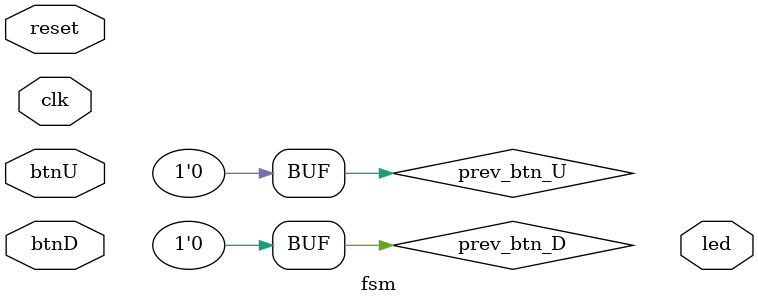
<source format=v>
`timescale 1ns / 1ps

module fsm(
    input clk,reset,
    input btnU,
    input btnD,
    output reg [15:0] led // LED 출력
    );

    reg[15:0] r_led;
    reg[6:0] sr7;
    wire[1:0] w_btn_debounce;
    reg prev_btn_U = 0;
    reg prev_btn_D = 0;
    wire btn_U_pulse = w_btn_debounce[0] & ~prev_btn_U;
    wire btn_D_pulse = w_btn_debounce[1] & ~prev_btn_D;

    parameter IDLE          = 3'b000;
    parameter GOT_ONE       = 3'b001;
    parameter GOT_ZERO      = 3'b010;
    parameter  DETECT_00    = 3'b011;
    parameter DETECT_11     = 3'b100;

    reg [2:0] state, next_state;

    always @(posedge clk or negedge reset) begin
        if (!reset) begin
            btnU_d1 <= 1'b0;
            btnU_d2 <= 1'b0;
            btnD_d1 <= 1'b0;
            btnD_d2 <= 1'b0;
        end else begin
            btnU_d1 <= btnU;
            btnU_d2 <= btnU_d1;
            btnD_d1 <= btnD;
            btnD_d2 <= btnD_d1;
        end
    end
    my_btn_debounce u_my_btn_debounce(
        
    );

endmodule

</source>
